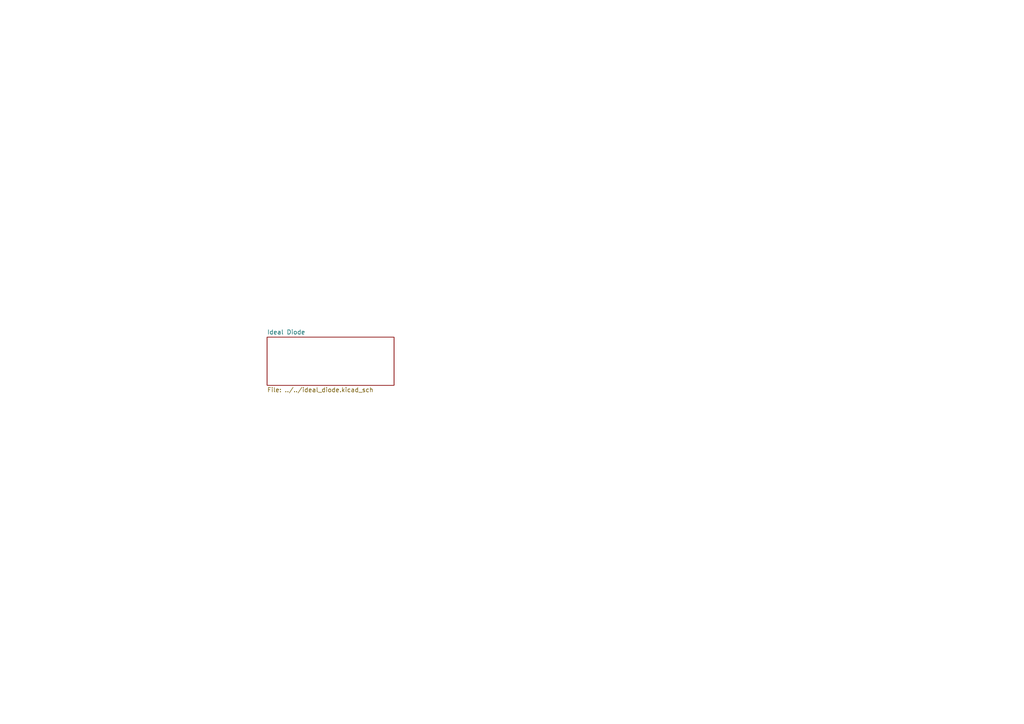
<source format=kicad_sch>
(kicad_sch
	(version 20250114)
	(generator "eeschema")
	(generator_version "9.0")
	(uuid "1958bbb1-b715-4a10-a229-bee0eabb28b0")
	(paper "A4")
	(lib_symbols)
	(sheet
		(at 77.47 97.79)
		(size 36.83 13.97)
		(exclude_from_sim no)
		(in_bom yes)
		(on_board yes)
		(dnp no)
		(fields_autoplaced yes)
		(stroke
			(width 0.1524)
			(type solid)
		)
		(fill
			(color 0 0 0 0.0000)
		)
		(uuid "4a024d55-f91f-4b32-882f-0df7d5ec96e3")
		(property "Sheetname" "Ideal Diode"
			(at 77.47 97.0784 0)
			(effects
				(font
					(size 1.27 1.27)
				)
				(justify left bottom)
			)
		)
		(property "Sheetfile" "../../ideal_diode.kicad_sch"
			(at 77.47 112.3446 0)
			(effects
				(font
					(size 1.27 1.27)
				)
				(justify left top)
			)
		)
		(instances
			(project "Ideal Diode Rev1"
				(path "/1958bbb1-b715-4a10-a229-bee0eabb28b0"
					(page "2")
				)
			)
		)
	)
	(sheet_instances
		(path "/"
			(page "1")
		)
	)
	(embedded_fonts no)
)

</source>
